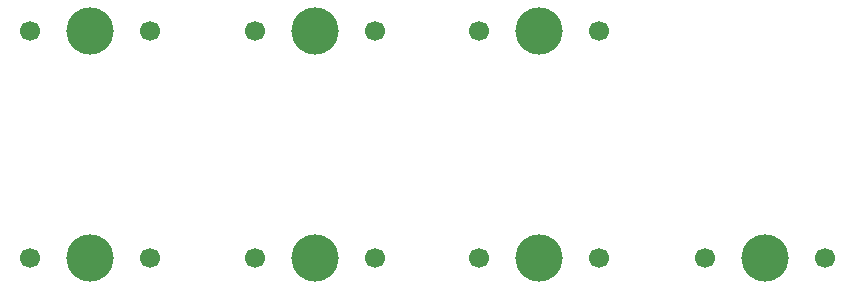
<source format=gbr>
%TF.GenerationSoftware,KiCad,Pcbnew,9.0.6*%
%TF.CreationDate,2025-12-23T12:33:08-05:00*%
%TF.ProjectId,astrapad,61737472-6170-4616-942e-6b696361645f,rev?*%
%TF.SameCoordinates,Original*%
%TF.FileFunction,NonPlated,1,2,NPTH,Drill*%
%TF.FilePolarity,Positive*%
%FSLAX46Y46*%
G04 Gerber Fmt 4.6, Leading zero omitted, Abs format (unit mm)*
G04 Created by KiCad (PCBNEW 9.0.6) date 2025-12-23 12:33:08*
%MOMM*%
%LPD*%
G01*
G04 APERTURE LIST*
%TA.AperFunction,ComponentDrill*%
%ADD10C,1.700000*%
%TD*%
%TA.AperFunction,ComponentDrill*%
%ADD11C,4.000000*%
%TD*%
G04 APERTURE END LIST*
D10*
%TO.C,SW1*%
X27120000Y-20840000D03*
%TO.C,SW5*%
X27120000Y-40040000D03*
%TO.C,SW1*%
X37280000Y-20840000D03*
%TO.C,SW5*%
X37280000Y-40040000D03*
%TO.C,SW2*%
X46130000Y-20840000D03*
%TO.C,SW6*%
X46130000Y-40040000D03*
%TO.C,SW2*%
X56290000Y-20840000D03*
%TO.C,SW6*%
X56290000Y-40040000D03*
%TO.C,SW3*%
X65130000Y-20840000D03*
%TO.C,SW7*%
X65130000Y-40040000D03*
%TO.C,SW3*%
X75290000Y-20840000D03*
%TO.C,SW7*%
X75290000Y-40040000D03*
%TO.C,SW8*%
X84220000Y-40040000D03*
X94380000Y-40040000D03*
D11*
%TO.C,SW1*%
X32200000Y-20840000D03*
%TO.C,SW5*%
X32200000Y-40040000D03*
%TO.C,SW2*%
X51210000Y-20840000D03*
%TO.C,SW6*%
X51210000Y-40040000D03*
%TO.C,SW3*%
X70210000Y-20840000D03*
%TO.C,SW7*%
X70210000Y-40040000D03*
%TO.C,SW8*%
X89300000Y-40040000D03*
M02*

</source>
